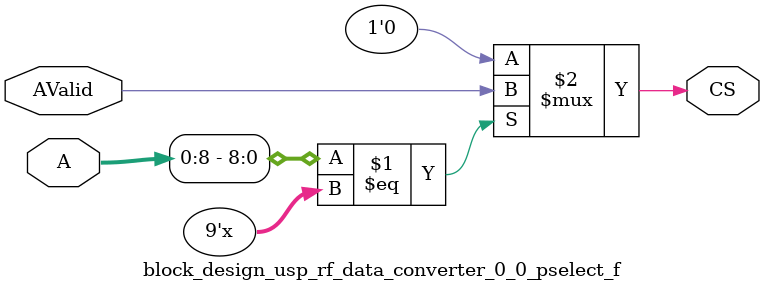
<source format=v>
`timescale 1 ps/1 ps

module block_design_usp_rf_data_converter_0_0_pselect_f ( A, AValid, CS) ;

parameter C_AB  = 9;
parameter C_AW  = 32;
parameter [0:C_AW - 1] C_BAR =  'bz;
parameter C_FAMILY  = "nofamily";
input[0:C_AW-1] A; 
input AValid; 
output CS; 
wire CS;
parameter [0:C_AB-1]BAR = C_BAR[0:C_AB-1];

//----------------------------------------------------------------------------
// Build a behavioral decoder
//----------------------------------------------------------------------------
generate
if (C_AB > 0) begin : XST_WA
assign CS = (A[0:C_AB - 1] == BAR[0:C_AB - 1]) ? AValid : 1'b0 ;
end
endgenerate

generate
if (C_AB == 0) begin : PASS_ON_GEN
assign CS = AValid ;
end
endgenerate
endmodule

</source>
